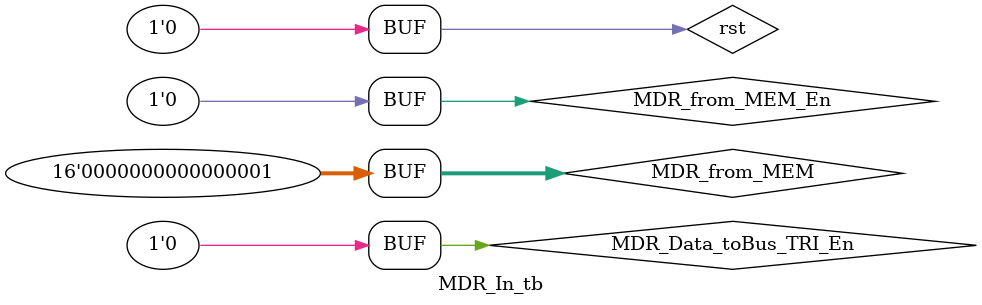
<source format=v>
`timescale 1ns/1ps                           //Change Reg numbers as needed to test
module MDR_In_tb();
wire [15:0] MDR_from_MEM, MDR_Data_to_TRI;
wire [15:0] MDR_Data_to_BUS;
reg rst, MDR_from_MEM_En, MDR_Data_toBus_TRI_En;



MDR_In UUT(MDR_Data_to_BUS, MDR_from_MEM, MDR_from_MEM_En,  MDR_Data_to_TRI, MDR_Data_toBus_TRI_En, rst);  //Change Reg numbers as needed to test

assign MDR_from_MEM = 15'b1; 


initial begin 
  
  
 
  
  
 rst<=1;
 MDR_from_MEM_En <= 1; //turn from mem en on
 MDR_Data_toBus_TRI_En<= 0;

 #100
 MDR_from_MEM_En <= 0;
 #100;
 
 MDR_from_MEM_En <= 1;
 #100;
 
 rst <= 0;
 
 MDR_from_MEM_En <= 0;
 #100;
 
 MDR_from_MEM_En <= 1;
 #100;
 
 MDR_from_MEM_En <= 0;
 #100;  
  
 MDR_Data_toBus_TRI_En<= 1;
 #100;
  
 MDR_Data_toBus_TRI_En<= 0;
 #100; 
 
 #100;
 
  end 
endmodule 
</source>
